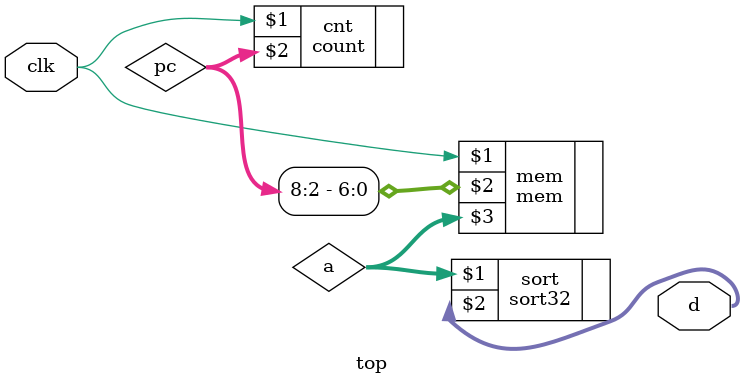
<source format=v>
`default_nettype none

module top(input wire clk,
           output wire [32*32-1:0] d);

    wire [31:0] pc;
    wire [32*32-1:0] a;

    count cnt(clk, pc);
    mem mem(clk, pc[8:2], a);
    sort32 sort(a, d);


endmodule

`default_nettype wire
</source>
